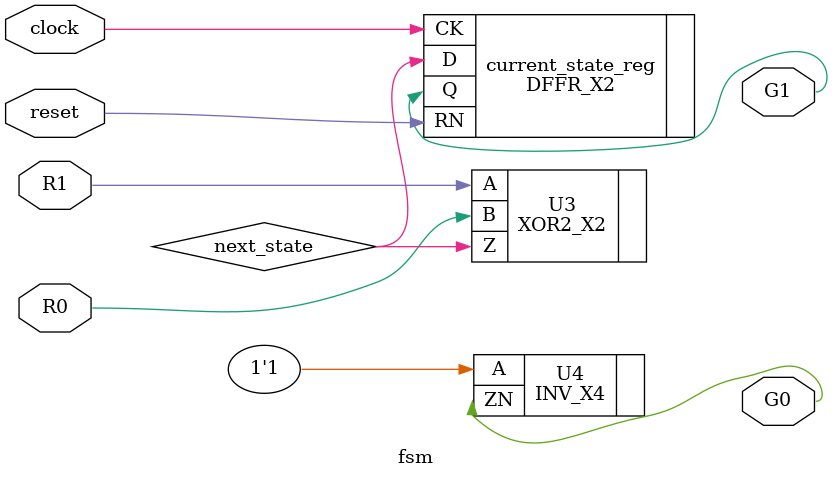
<source format=v>


module fsm ( clock, reset, R0, R1, G0, G1 );
  input clock, reset, R0, R1;
  output G0, G1;
  wire   next_state;

  XOR2_X2 U3 ( .A(R1), .B(R0), .Z(next_state) );
  DFFR_X2 current_state_reg ( .D(next_state), .CK(clock), .RN(reset), .Q(G1)
         );
  INV_X4 U4 ( .A(1'b1), .ZN(G0) );
endmodule


</source>
